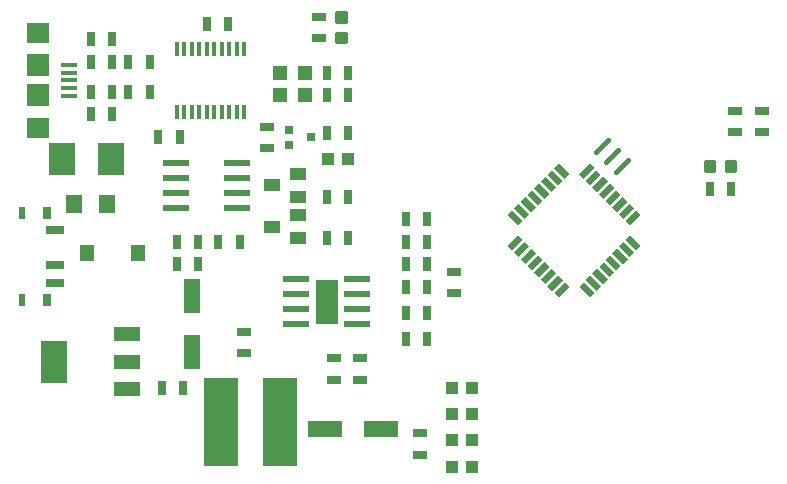
<source format=gtp>
G75*
%MOIN*%
%OFA0B0*%
%FSLAX25Y25*%
%IPPOS*%
%LPD*%
%AMOC8*
5,1,8,0,0,1.08239X$1,22.5*
%
%ADD10R,0.03150X0.04724*%
%ADD11R,0.04331X0.03937*%
%ADD12R,0.04724X0.03150*%
%ADD13R,0.05512X0.06299*%
%ADD14R,0.11811X0.05512*%
%ADD15R,0.05512X0.11811*%
%ADD16R,0.05000X0.05787*%
%ADD17C,0.01181*%
%ADD18R,0.09000X0.11000*%
%ADD19R,0.08661X0.02362*%
%ADD20R,0.05512X0.01378*%
%ADD21R,0.07480X0.07087*%
%ADD22R,0.07480X0.07480*%
%ADD23R,0.11811X0.29528*%
%ADD24R,0.04724X0.04724*%
%ADD25R,0.02756X0.02756*%
%ADD26R,0.05512X0.03937*%
%ADD27R,0.05906X0.02756*%
%ADD28R,0.02362X0.03937*%
%ADD29R,0.03150X0.03937*%
%ADD30R,0.07600X0.15000*%
%ADD31R,0.01500X0.04500*%
%ADD32R,0.08800X0.04800*%
%ADD33R,0.08661X0.14173*%
%ADD34R,0.05000X0.02200*%
%ADD35R,0.02200X0.05000*%
%ADD36C,0.01772*%
D10*
X0063957Y0062809D03*
X0071043Y0062809D03*
X0068957Y0104059D03*
X0076043Y0104059D03*
X0076043Y0111559D03*
X0082707Y0111559D03*
X0089793Y0111559D03*
X0068957Y0111559D03*
X0069793Y0146559D03*
X0062707Y0146559D03*
X0047293Y0154059D03*
X0040207Y0154059D03*
X0040207Y0161559D03*
X0047293Y0161559D03*
X0052707Y0161559D03*
X0059793Y0161559D03*
X0059793Y0171559D03*
X0052707Y0171559D03*
X0047293Y0171559D03*
X0040207Y0171559D03*
X0040207Y0179059D03*
X0047293Y0179059D03*
X0078957Y0184059D03*
X0086043Y0184059D03*
X0118957Y0167809D03*
X0126043Y0167809D03*
X0126043Y0160309D03*
X0118957Y0160309D03*
X0118957Y0147809D03*
X0126043Y0147809D03*
X0126043Y0126559D03*
X0118957Y0126559D03*
X0118957Y0112809D03*
X0126043Y0112809D03*
X0145207Y0111559D03*
X0152293Y0111559D03*
X0152293Y0119059D03*
X0145207Y0119059D03*
X0145207Y0104059D03*
X0152293Y0104059D03*
X0152293Y0096559D03*
X0145207Y0096559D03*
X0145207Y0087809D03*
X0152293Y0087809D03*
X0152293Y0079059D03*
X0145207Y0079059D03*
X0246457Y0129059D03*
X0253543Y0129059D03*
D11*
X0167096Y0062809D03*
X0160404Y0062809D03*
X0160404Y0054059D03*
X0167096Y0054059D03*
X0167096Y0045309D03*
X0160404Y0045309D03*
X0160404Y0036559D03*
X0167096Y0036559D03*
X0125846Y0139059D03*
X0119154Y0139059D03*
D12*
X0098750Y0142765D03*
X0098750Y0149852D03*
X0116250Y0179265D03*
X0116250Y0186352D03*
X0161250Y0101352D03*
X0161250Y0094265D03*
X0130000Y0072602D03*
X0130000Y0065515D03*
X0121250Y0065515D03*
X0121250Y0072602D03*
X0091250Y0074265D03*
X0091250Y0081352D03*
X0150000Y0047602D03*
X0150000Y0040515D03*
X0255000Y0148015D03*
X0263750Y0148015D03*
X0263750Y0155102D03*
X0255000Y0155102D03*
D13*
X0045512Y0124059D03*
X0034488Y0124059D03*
D14*
X0118051Y0049059D03*
X0136949Y0049059D03*
D15*
X0073750Y0074610D03*
X0073750Y0093507D03*
D16*
X0055965Y0107809D03*
X0039035Y0107809D03*
D17*
X0122372Y0177978D02*
X0125128Y0177978D01*
X0122372Y0177978D02*
X0122372Y0180734D01*
X0125128Y0180734D01*
X0125128Y0177978D01*
X0125128Y0179158D02*
X0122372Y0179158D01*
X0122372Y0180338D02*
X0125128Y0180338D01*
X0125128Y0184883D02*
X0122372Y0184883D01*
X0122372Y0187639D01*
X0125128Y0187639D01*
X0125128Y0184883D01*
X0125128Y0186063D02*
X0122372Y0186063D01*
X0122372Y0187243D02*
X0125128Y0187243D01*
X0245169Y0137937D02*
X0245169Y0135181D01*
X0245169Y0137937D02*
X0247925Y0137937D01*
X0247925Y0135181D01*
X0245169Y0135181D01*
X0245169Y0136361D02*
X0247925Y0136361D01*
X0247925Y0137541D02*
X0245169Y0137541D01*
X0252075Y0137937D02*
X0252075Y0135181D01*
X0252075Y0137937D02*
X0254831Y0137937D01*
X0254831Y0135181D01*
X0252075Y0135181D01*
X0252075Y0136361D02*
X0254831Y0136361D01*
X0254831Y0137541D02*
X0252075Y0137541D01*
D18*
X0046805Y0139059D03*
X0030695Y0139059D03*
D19*
X0068514Y0137809D03*
X0068514Y0132809D03*
X0068514Y0127809D03*
X0068514Y0122809D03*
X0088986Y0122809D03*
X0088986Y0127809D03*
X0088986Y0132809D03*
X0088986Y0137809D03*
X0108514Y0099059D03*
X0108514Y0094059D03*
X0108514Y0089059D03*
X0108514Y0084059D03*
X0128986Y0084059D03*
X0128986Y0089059D03*
X0128986Y0094059D03*
X0128986Y0099059D03*
D20*
X0032933Y0160190D03*
X0032933Y0162749D03*
X0032933Y0165309D03*
X0032933Y0167868D03*
X0032933Y0170427D03*
D21*
X0022500Y0181057D03*
X0022500Y0149560D03*
D22*
X0022500Y0160309D03*
X0022500Y0170309D03*
D23*
X0083657Y0051309D03*
X0103343Y0051309D03*
D24*
X0103366Y0160309D03*
X0103366Y0167809D03*
X0111634Y0167809D03*
X0111634Y0160309D03*
D25*
X0106358Y0148868D03*
X0106358Y0143749D03*
X0113642Y0146309D03*
D26*
X0109331Y0134049D03*
X0100669Y0130309D03*
X0109331Y0126568D03*
X0109331Y0120299D03*
X0100669Y0116559D03*
X0109331Y0112818D03*
D27*
X0028140Y0115417D03*
X0028140Y0103606D03*
X0028140Y0097700D03*
D28*
X0017313Y0092188D03*
X0017313Y0120929D03*
D29*
X0025581Y0120929D03*
X0025581Y0092188D03*
D30*
X0118750Y0091559D03*
D31*
X0091250Y0154759D03*
X0088750Y0154759D03*
X0086250Y0154759D03*
X0083750Y0154759D03*
X0081250Y0154759D03*
X0078750Y0154759D03*
X0076250Y0154759D03*
X0073750Y0154759D03*
X0071250Y0154759D03*
X0068750Y0154759D03*
X0068750Y0175859D03*
X0071250Y0175859D03*
X0073750Y0175859D03*
X0076250Y0175859D03*
X0078750Y0175859D03*
X0081250Y0175859D03*
X0083750Y0175859D03*
X0086250Y0175859D03*
X0088750Y0175859D03*
X0091250Y0175859D03*
D32*
X0052200Y0062459D03*
X0052200Y0071559D03*
X0052200Y0080659D03*
D33*
X0027799Y0071559D03*
D34*
G36*
X0178960Y0110164D02*
X0182494Y0113698D01*
X0184050Y0112142D01*
X0180516Y0108608D01*
X0178960Y0110164D01*
G37*
G36*
X0181187Y0107937D02*
X0184721Y0111471D01*
X0186277Y0109915D01*
X0182743Y0106381D01*
X0181187Y0107937D01*
G37*
G36*
X0183414Y0105710D02*
X0186948Y0109244D01*
X0188504Y0107688D01*
X0184970Y0104154D01*
X0183414Y0105710D01*
G37*
G36*
X0185641Y0103483D02*
X0189175Y0107017D01*
X0190731Y0105461D01*
X0187197Y0101927D01*
X0185641Y0103483D01*
G37*
G36*
X0187868Y0101256D02*
X0191402Y0104790D01*
X0192958Y0103234D01*
X0189424Y0099700D01*
X0187868Y0101256D01*
G37*
G36*
X0190096Y0099029D02*
X0193630Y0102563D01*
X0195186Y0101007D01*
X0191652Y0097473D01*
X0190096Y0099029D01*
G37*
G36*
X0192323Y0096802D02*
X0195857Y0100336D01*
X0197413Y0098780D01*
X0193879Y0095246D01*
X0192323Y0096802D01*
G37*
G36*
X0194550Y0094575D02*
X0198084Y0098109D01*
X0199640Y0096553D01*
X0196106Y0093019D01*
X0194550Y0094575D01*
G37*
G36*
X0218450Y0118475D02*
X0221984Y0122009D01*
X0223540Y0120453D01*
X0220006Y0116919D01*
X0218450Y0118475D01*
G37*
G36*
X0216223Y0120702D02*
X0219757Y0124236D01*
X0221313Y0122680D01*
X0217779Y0119146D01*
X0216223Y0120702D01*
G37*
G36*
X0213996Y0122929D02*
X0217530Y0126463D01*
X0219086Y0124907D01*
X0215552Y0121373D01*
X0213996Y0122929D01*
G37*
G36*
X0211769Y0125156D02*
X0215303Y0128690D01*
X0216859Y0127134D01*
X0213325Y0123600D01*
X0211769Y0125156D01*
G37*
G36*
X0209542Y0127383D02*
X0213076Y0130917D01*
X0214632Y0129361D01*
X0211098Y0125827D01*
X0209542Y0127383D01*
G37*
G36*
X0207314Y0129610D02*
X0210848Y0133144D01*
X0212404Y0131588D01*
X0208870Y0128054D01*
X0207314Y0129610D01*
G37*
G36*
X0205087Y0131837D02*
X0208621Y0135371D01*
X0210177Y0133815D01*
X0206643Y0130281D01*
X0205087Y0131837D01*
G37*
G36*
X0202860Y0134065D02*
X0206394Y0137599D01*
X0207950Y0136043D01*
X0204416Y0132509D01*
X0202860Y0134065D01*
G37*
D35*
G36*
X0194550Y0136043D02*
X0196106Y0137599D01*
X0199640Y0134065D01*
X0198084Y0132509D01*
X0194550Y0136043D01*
G37*
G36*
X0192323Y0133815D02*
X0193879Y0135371D01*
X0197413Y0131837D01*
X0195857Y0130281D01*
X0192323Y0133815D01*
G37*
G36*
X0190096Y0131588D02*
X0191652Y0133144D01*
X0195186Y0129610D01*
X0193630Y0128054D01*
X0190096Y0131588D01*
G37*
G36*
X0187868Y0129361D02*
X0189424Y0130917D01*
X0192958Y0127383D01*
X0191402Y0125827D01*
X0187868Y0129361D01*
G37*
G36*
X0185641Y0127134D02*
X0187197Y0128690D01*
X0190731Y0125156D01*
X0189175Y0123600D01*
X0185641Y0127134D01*
G37*
G36*
X0183414Y0124907D02*
X0184970Y0126463D01*
X0188504Y0122929D01*
X0186948Y0121373D01*
X0183414Y0124907D01*
G37*
G36*
X0181187Y0122680D02*
X0182743Y0124236D01*
X0186277Y0120702D01*
X0184721Y0119146D01*
X0181187Y0122680D01*
G37*
G36*
X0178960Y0120453D02*
X0180516Y0122009D01*
X0184050Y0118475D01*
X0182494Y0116919D01*
X0178960Y0120453D01*
G37*
G36*
X0205087Y0098780D02*
X0206643Y0100336D01*
X0210177Y0096802D01*
X0208621Y0095246D01*
X0205087Y0098780D01*
G37*
G36*
X0202860Y0096553D02*
X0204416Y0098109D01*
X0207950Y0094575D01*
X0206394Y0093019D01*
X0202860Y0096553D01*
G37*
G36*
X0207314Y0101007D02*
X0208870Y0102563D01*
X0212404Y0099029D01*
X0210848Y0097473D01*
X0207314Y0101007D01*
G37*
G36*
X0209542Y0103234D02*
X0211098Y0104790D01*
X0214632Y0101256D01*
X0213076Y0099700D01*
X0209542Y0103234D01*
G37*
G36*
X0211769Y0105461D02*
X0213325Y0107017D01*
X0216859Y0103483D01*
X0215303Y0101927D01*
X0211769Y0105461D01*
G37*
G36*
X0213996Y0107688D02*
X0215552Y0109244D01*
X0219086Y0105710D01*
X0217530Y0104154D01*
X0213996Y0107688D01*
G37*
G36*
X0216223Y0109915D02*
X0217779Y0111471D01*
X0221313Y0107937D01*
X0219757Y0106381D01*
X0216223Y0109915D01*
G37*
G36*
X0218450Y0112142D02*
X0220006Y0113698D01*
X0223540Y0110164D01*
X0221984Y0108608D01*
X0218450Y0112142D01*
G37*
D36*
X0215066Y0134693D02*
X0219116Y0138743D01*
X0215775Y0142084D02*
X0211725Y0138034D01*
X0208384Y0141374D02*
X0212434Y0145424D01*
M02*

</source>
